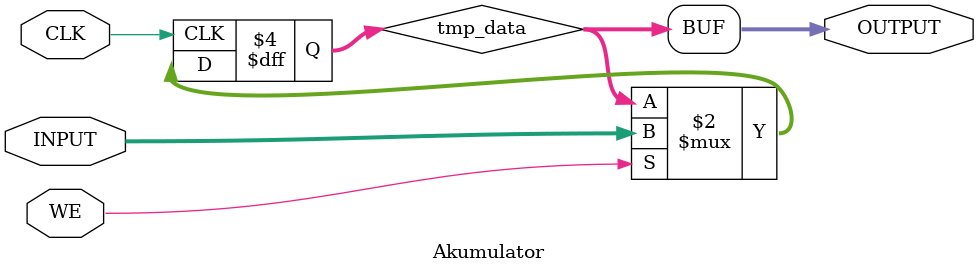
<source format=v>
`timescale 1ns / 1ps

module Akumulator(INPUT, WE, OUTPUT, CLK);

input [15:0] INPUT;
input WE;
input CLK;
output [15:0] OUTPUT;

reg [15:0] tmp_data;

always @(posedge CLK)
    if(WE)
        tmp_data <= INPUT;
//    else
//        tmp_data <= tmp_data;

 assign OUTPUT = tmp_data;

endmodule

</source>
